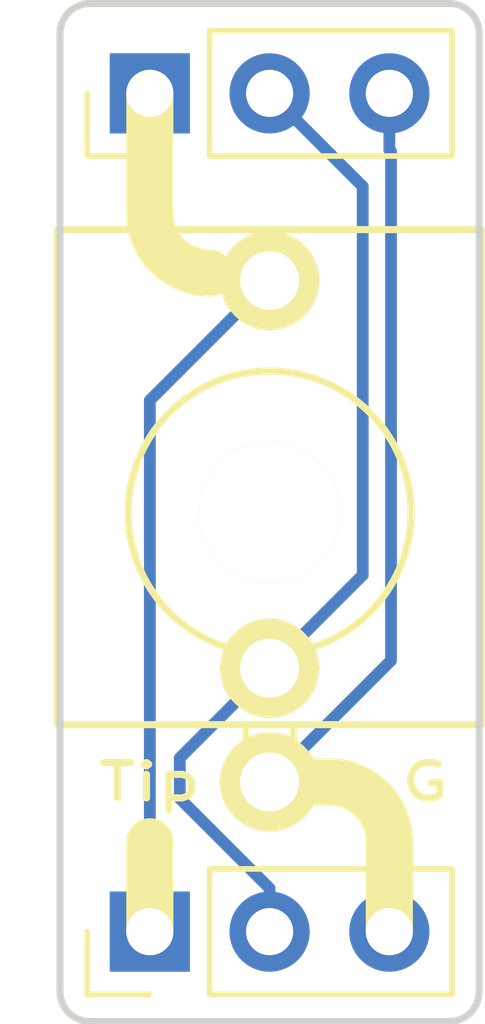
<source format=kicad_pcb>
(kicad_pcb (version 4) (host pcbnew 4.0.4-stable)

  (general
    (links 6)
    (no_connects 6)
    (area 148.1 88.161666 162.9214 115.584433)
    (thickness 1.6)
    (drawings 16)
    (tracks 19)
    (zones 0)
    (modules 3)
    (nets 4)
  )

  (page A4)
  (layers
    (0 F.Cu signal)
    (31 B.Cu signal)
    (32 B.Adhes user)
    (33 F.Adhes user)
    (34 B.Paste user)
    (35 F.Paste user)
    (36 B.SilkS user)
    (37 F.SilkS user)
    (38 B.Mask user)
    (39 F.Mask user)
    (40 Dwgs.User user)
    (41 Cmts.User user)
    (42 Eco1.User user)
    (43 Eco2.User user)
    (44 Edge.Cuts user)
    (45 Margin user)
    (46 B.CrtYd user)
    (47 F.CrtYd user)
    (48 B.Fab user)
    (49 F.Fab user hide)
  )

  (setup
    (last_trace_width 0.25)
    (trace_clearance 0.35)
    (zone_clearance 0.508)
    (zone_45_only no)
    (trace_min 0.2)
    (segment_width 0.2)
    (edge_width 0.15)
    (via_size 0.6)
    (via_drill 0.4)
    (via_min_size 0.4)
    (via_min_drill 0.3)
    (uvia_size 0.3)
    (uvia_drill 0.1)
    (uvias_allowed no)
    (uvia_min_size 0.2)
    (uvia_min_drill 0.1)
    (pcb_text_width 0.3)
    (pcb_text_size 1.5 1.5)
    (mod_edge_width 0.15)
    (mod_text_size 1 1)
    (mod_text_width 0.15)
    (pad_size 1.524 1.524)
    (pad_drill 0.762)
    (pad_to_mask_clearance 0.2)
    (aux_axis_origin 0 0)
    (visible_elements FFFFEF7F)
    (pcbplotparams
      (layerselection 0x00030_80000001)
      (usegerberextensions false)
      (excludeedgelayer true)
      (linewidth 0.100000)
      (plotframeref false)
      (viasonmask false)
      (mode 1)
      (useauxorigin false)
      (hpglpennumber 1)
      (hpglpenspeed 20)
      (hpglpendiameter 15)
      (hpglpenoverlay 2)
      (psnegative false)
      (psa4output false)
      (plotreference true)
      (plotvalue true)
      (plotinvisibletext false)
      (padsonsilk false)
      (subtractmaskfromsilk false)
      (outputformat 1)
      (mirror false)
      (drillshape 1)
      (scaleselection 1)
      (outputdirectory ""))
  )

  (net 0 "")
  (net 1 "Net-(J1-Pad3)")
  (net 2 "Net-(J1-Pad2)")
  (net 3 "Net-(J1-Pad1)")

  (net_class Default "This is the default net class."
    (clearance 0.35)
    (trace_width 0.25)
    (via_dia 0.6)
    (via_drill 0.4)
    (uvia_dia 0.3)
    (uvia_drill 0.1)
    (add_net "Net-(J1-Pad1)")
    (add_net "Net-(J1-Pad2)")
    (add_net "Net-(J1-Pad3)")
  )

  (module Jacks:Thonkiconn_3.5mm_Switching_Jack_Compact_With_Hole (layer F.Cu) (tedit 592CF918) (tstamp 592CF798)
    (at 154.94 102.235)
    (path /592CF6F5)
    (fp_text reference J1 (at 0 -2.5) (layer F.Fab)
      (effects (font (size 1 1) (thickness 0.15)))
    )
    (fp_text value JACK_2P (at 0 -7.62) (layer F.Fab)
      (effects (font (size 1 1) (thickness 0.15)))
    )
    (fp_line (start -0.5 4.5) (end -0.5 6.5) (layer F.SilkS) (width 0.15))
    (fp_line (start -0.5 6.5) (end 0.5 6.5) (layer F.SilkS) (width 0.15))
    (fp_line (start 0.5 6.5) (end 0.5 4.5) (layer F.SilkS) (width 0.15))
    (fp_line (start -4.5 4.5) (end -4.5 -6) (layer F.SilkS) (width 0.15))
    (fp_line (start -4.5 -6) (end 4.5 -6) (layer F.SilkS) (width 0.15))
    (fp_line (start 4.5 -6) (end 4.5 4.5) (layer F.SilkS) (width 0.15))
    (fp_line (start 4.5 4.5) (end -4.5 4.5) (layer F.SilkS) (width 0.15))
    (fp_circle (center 0 0) (end 3 0) (layer F.SilkS) (width 0.15))
    (pad 3 thru_hole circle (at 0 -4.92) (size 2.1 2.1) (drill 1.25) (layers *.Cu *.Mask F.SilkS)
      (net 1 "Net-(J1-Pad3)"))
    (pad 2 thru_hole circle (at 0 3.302) (size 2.1 2.1) (drill 1.25) (layers *.Cu *.Mask F.SilkS)
      (net 2 "Net-(J1-Pad2)"))
    (pad 1 thru_hole circle (at 0 5.715) (size 2.1 2.1) (drill 1.25) (layers *.Cu *.Mask F.SilkS)
      (net 3 "Net-(J1-Pad1)"))
    (pad 4 thru_hole circle (at 0 0) (size 3 3) (drill 3) (layers *.Cu *.Mask F.SilkS))
  )

  (module Pin_Headers:Pin_Header_Straight_1x03_Pitch2.54mm (layer F.Cu) (tedit 592CF913) (tstamp 592CF7EE)
    (at 152.4 93.345 90)
    (descr "Through hole straight pin header, 1x03, 2.54mm pitch, single row")
    (tags "Through hole pin header THT 1x03 2.54mm single row")
    (path /592CF75C)
    (fp_text reference P1 (at 0 -3.175 90) (layer F.Fab)
      (effects (font (size 1 1) (thickness 0.15)))
    )
    (fp_text value CONN_01X03 (at 0 7.41 90) (layer F.Fab)
      (effects (font (size 1 1) (thickness 0.15)))
    )
    (fp_line (start -1.27 -1.27) (end -1.27 6.35) (layer F.Fab) (width 0.1))
    (fp_line (start -1.27 6.35) (end 1.27 6.35) (layer F.Fab) (width 0.1))
    (fp_line (start 1.27 6.35) (end 1.27 -1.27) (layer F.Fab) (width 0.1))
    (fp_line (start 1.27 -1.27) (end -1.27 -1.27) (layer F.Fab) (width 0.1))
    (fp_line (start -1.33 1.27) (end -1.33 6.41) (layer F.SilkS) (width 0.12))
    (fp_line (start -1.33 6.41) (end 1.33 6.41) (layer F.SilkS) (width 0.12))
    (fp_line (start 1.33 6.41) (end 1.33 1.27) (layer F.SilkS) (width 0.12))
    (fp_line (start 1.33 1.27) (end -1.33 1.27) (layer F.SilkS) (width 0.12))
    (fp_line (start -1.33 0) (end -1.33 -1.33) (layer F.SilkS) (width 0.12))
    (fp_line (start -1.33 -1.33) (end 0 -1.33) (layer F.SilkS) (width 0.12))
    (fp_line (start -1.8 -1.8) (end -1.8 6.85) (layer F.CrtYd) (width 0.05))
    (fp_line (start -1.8 6.85) (end 1.8 6.85) (layer F.CrtYd) (width 0.05))
    (fp_line (start 1.8 6.85) (end 1.8 -1.8) (layer F.CrtYd) (width 0.05))
    (fp_line (start 1.8 -1.8) (end -1.8 -1.8) (layer F.CrtYd) (width 0.05))
    (fp_text user %R (at 0 -2.33 90) (layer F.Fab)
      (effects (font (size 1 1) (thickness 0.15)))
    )
    (pad 1 thru_hole rect (at 0 0 90) (size 1.7 1.7) (drill 1) (layers *.Cu *.Mask)
      (net 1 "Net-(J1-Pad3)"))
    (pad 2 thru_hole oval (at 0 2.54 90) (size 1.7 1.7) (drill 1) (layers *.Cu *.Mask)
      (net 2 "Net-(J1-Pad2)"))
    (pad 3 thru_hole oval (at 0 5.08 90) (size 1.7 1.7) (drill 1) (layers *.Cu *.Mask)
      (net 3 "Net-(J1-Pad1)"))
    (model ${KISYS3DMOD}/Pin_Headers.3dshapes/Pin_Header_Straight_1x03_Pitch2.54mm.wrl
      (at (xyz 0 -0.1 0))
      (scale (xyz 1 1 1))
      (rotate (xyz 0 0 90))
    )
  )

  (module Pin_Headers:Pin_Header_Straight_1x03_Pitch2.54mm (layer F.Cu) (tedit 592CF90B) (tstamp 592CF7F4)
    (at 152.4 111.125 90)
    (descr "Through hole straight pin header, 1x03, 2.54mm pitch, single row")
    (tags "Through hole pin header THT 1x03 2.54mm single row")
    (path /592CF723)
    (fp_text reference P2 (at 0 -3.175 90) (layer F.Fab)
      (effects (font (size 1 1) (thickness 0.15)))
    )
    (fp_text value CONN_01X03 (at 0.7239 9.2964 90) (layer F.Fab)
      (effects (font (size 1 1) (thickness 0.15)))
    )
    (fp_line (start -1.27 -1.27) (end -1.27 6.35) (layer F.Fab) (width 0.1))
    (fp_line (start -1.27 6.35) (end 1.27 6.35) (layer F.Fab) (width 0.1))
    (fp_line (start 1.27 6.35) (end 1.27 -1.27) (layer F.Fab) (width 0.1))
    (fp_line (start 1.27 -1.27) (end -1.27 -1.27) (layer F.Fab) (width 0.1))
    (fp_line (start -1.33 1.27) (end -1.33 6.41) (layer F.SilkS) (width 0.12))
    (fp_line (start -1.33 6.41) (end 1.33 6.41) (layer F.SilkS) (width 0.12))
    (fp_line (start 1.33 6.41) (end 1.33 1.27) (layer F.SilkS) (width 0.12))
    (fp_line (start 1.33 1.27) (end -1.33 1.27) (layer F.SilkS) (width 0.12))
    (fp_line (start -1.33 0) (end -1.33 -1.33) (layer F.SilkS) (width 0.12))
    (fp_line (start -1.33 -1.33) (end 0 -1.33) (layer F.SilkS) (width 0.12))
    (fp_line (start -1.8 -1.8) (end -1.8 6.85) (layer F.CrtYd) (width 0.05))
    (fp_line (start -1.8 6.85) (end 1.8 6.85) (layer F.CrtYd) (width 0.05))
    (fp_line (start 1.8 6.85) (end 1.8 -1.8) (layer F.CrtYd) (width 0.05))
    (fp_line (start 1.8 -1.8) (end -1.8 -1.8) (layer F.CrtYd) (width 0.05))
    (fp_text user %R (at 0 -2.33 90) (layer F.Fab)
      (effects (font (size 1 1) (thickness 0.15)))
    )
    (pad 1 thru_hole rect (at 0 0 90) (size 1.7 1.7) (drill 1) (layers *.Cu *.Mask)
      (net 1 "Net-(J1-Pad3)"))
    (pad 2 thru_hole oval (at 0 2.54 90) (size 1.7 1.7) (drill 1) (layers *.Cu *.Mask)
      (net 2 "Net-(J1-Pad2)"))
    (pad 3 thru_hole oval (at 0 5.08 90) (size 1.7 1.7) (drill 1) (layers *.Cu *.Mask)
      (net 3 "Net-(J1-Pad1)"))
    (model ${KISYS3DMOD}/Pin_Headers.3dshapes/Pin_Header_Straight_1x03_Pitch2.54mm.wrl
      (at (xyz 0 -0.1 0))
      (scale (xyz 1 1 1))
      (rotate (xyz 0 0 90))
    )
  )

  (gr_text G (at 158.242 107.95) (layer F.SilkS)
    (effects (font (size 0.75 1) (thickness 0.15)))
  )
  (gr_line (start 152.4 109.22) (end 152.4 111.125) (layer F.SilkS) (width 1))
  (gr_text Tip (at 152.4 107.95) (layer F.SilkS)
    (effects (font (size 0.75 1) (thickness 0.15)))
  )
  (gr_line (start 152.4 95.885) (end 152.4 93.345) (layer F.SilkS) (width 1))
  (gr_arc (start 153.67 95.885) (end 153.67 97.155) (angle 90) (layer F.SilkS) (width 1))
  (gr_line (start 156.21 107.95) (end 154.94 107.95) (layer F.SilkS) (width 1))
  (gr_line (start 157.48 109.22) (end 157.48 111.125) (layer F.SilkS) (width 1))
  (gr_arc (start 156.21 109.22) (end 156.21 107.95) (angle 90) (layer F.SilkS) (width 1))
  (gr_line (start 158.75 113.03) (end 151.13 113.03) (layer Edge.Cuts) (width 0.15))
  (gr_line (start 159.385 92.075) (end 159.385 112.395) (layer Edge.Cuts) (width 0.15))
  (gr_line (start 151.13 91.44) (end 158.75 91.44) (layer Edge.Cuts) (width 0.15))
  (gr_line (start 150.495 112.395) (end 150.495 92.075) (layer Edge.Cuts) (width 0.15))
  (gr_arc (start 151.13 112.395) (end 151.13 113.03) (angle 90) (layer Edge.Cuts) (width 0.15))
  (gr_arc (start 158.75 112.395) (end 159.385 112.395) (angle 90) (layer Edge.Cuts) (width 0.15))
  (gr_arc (start 158.75 92.075) (end 158.75 91.44) (angle 90) (layer Edge.Cuts) (width 0.15))
  (gr_arc (start 151.13 92.075) (end 150.495 92.075) (angle 90) (layer Edge.Cuts) (width 0.15))

  (segment (start 153.195 97.315) (end 152.4 96.52) (width 0.25) (layer B.Cu) (net 1))
  (segment (start 152.4 96.52) (end 152.4 93.345) (width 0.25) (layer B.Cu) (net 1))
  (segment (start 154.94 97.315) (end 153.195 97.315) (width 0.25) (layer B.Cu) (net 1))
  (segment (start 152.4 111.125) (end 152.4 99.855) (width 0.25) (layer B.Cu) (net 1))
  (segment (start 152.4 99.855) (end 154.94 97.315) (width 0.25) (layer B.Cu) (net 1))
  (segment (start 154.94 105.537) (end 156.915001 103.561999) (width 0.25) (layer B.Cu) (net 2))
  (segment (start 156.915001 103.561999) (end 156.915001 95.320001) (width 0.25) (layer B.Cu) (net 2))
  (segment (start 156.915001 95.320001) (end 154.94 93.345) (width 0.25) (layer B.Cu) (net 2))
  (segment (start 153.035 108.302002) (end 153.035 107.442) (width 0.25) (layer B.Cu) (net 2))
  (segment (start 153.035 107.442) (end 154.94 105.537) (width 0.25) (layer B.Cu) (net 2))
  (segment (start 154.94 111.125) (end 154.94 110.207002) (width 0.25) (layer B.Cu) (net 2))
  (segment (start 154.94 110.207002) (end 153.035 108.302002) (width 0.25) (layer B.Cu) (net 2))
  (segment (start 154.94 107.95) (end 157.515011 105.374989) (width 0.25) (layer B.Cu) (net 3))
  (segment (start 157.515011 105.374989) (end 157.515011 94.582092) (width 0.25) (layer B.Cu) (net 3))
  (segment (start 157.515011 94.582092) (end 157.48 94.547081) (width 0.25) (layer B.Cu) (net 3))
  (segment (start 157.48 94.547081) (end 157.48 93.345) (width 0.25) (layer B.Cu) (net 3))
  (segment (start 156.845 107.95) (end 154.94 107.95) (width 0.25) (layer B.Cu) (net 3))
  (segment (start 157.48 108.585) (end 156.845 107.95) (width 0.25) (layer B.Cu) (net 3))
  (segment (start 157.48 111.125) (end 157.48 108.585) (width 0.25) (layer B.Cu) (net 3))

)

</source>
